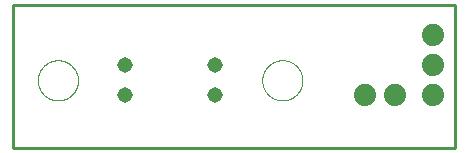
<source format=gtl>
G75*
%MOIN*%
%OFA0B0*%
%FSLAX25Y25*%
%IPPOS*%
%LPD*%
%AMOC8*
5,1,8,0,0,1.08239X$1,22.5*
%
%ADD10C,0.01000*%
%ADD11C,0.00000*%
%ADD12C,0.05150*%
%ADD13C,0.07400*%
D10*
X0001800Y0001800D02*
X0149300Y0001800D01*
X0149300Y0049300D01*
X0001800Y0049300D01*
X0001800Y0001800D01*
D11*
X0010205Y0024300D02*
X0010207Y0024464D01*
X0010213Y0024628D01*
X0010223Y0024792D01*
X0010237Y0024956D01*
X0010255Y0025119D01*
X0010277Y0025282D01*
X0010304Y0025444D01*
X0010334Y0025606D01*
X0010368Y0025766D01*
X0010406Y0025926D01*
X0010447Y0026085D01*
X0010493Y0026243D01*
X0010543Y0026399D01*
X0010596Y0026555D01*
X0010653Y0026709D01*
X0010714Y0026861D01*
X0010779Y0027012D01*
X0010848Y0027162D01*
X0010920Y0027309D01*
X0010995Y0027455D01*
X0011075Y0027599D01*
X0011157Y0027741D01*
X0011243Y0027881D01*
X0011333Y0028018D01*
X0011426Y0028154D01*
X0011522Y0028287D01*
X0011622Y0028418D01*
X0011724Y0028546D01*
X0011830Y0028672D01*
X0011939Y0028795D01*
X0012051Y0028915D01*
X0012165Y0029033D01*
X0012283Y0029147D01*
X0012403Y0029259D01*
X0012526Y0029368D01*
X0012652Y0029474D01*
X0012780Y0029576D01*
X0012911Y0029676D01*
X0013044Y0029772D01*
X0013180Y0029865D01*
X0013317Y0029955D01*
X0013457Y0030041D01*
X0013599Y0030123D01*
X0013743Y0030203D01*
X0013889Y0030278D01*
X0014036Y0030350D01*
X0014186Y0030419D01*
X0014337Y0030484D01*
X0014489Y0030545D01*
X0014643Y0030602D01*
X0014799Y0030655D01*
X0014955Y0030705D01*
X0015113Y0030751D01*
X0015272Y0030792D01*
X0015432Y0030830D01*
X0015592Y0030864D01*
X0015754Y0030894D01*
X0015916Y0030921D01*
X0016079Y0030943D01*
X0016242Y0030961D01*
X0016406Y0030975D01*
X0016570Y0030985D01*
X0016734Y0030991D01*
X0016898Y0030993D01*
X0017062Y0030991D01*
X0017226Y0030985D01*
X0017390Y0030975D01*
X0017554Y0030961D01*
X0017717Y0030943D01*
X0017880Y0030921D01*
X0018042Y0030894D01*
X0018204Y0030864D01*
X0018364Y0030830D01*
X0018524Y0030792D01*
X0018683Y0030751D01*
X0018841Y0030705D01*
X0018997Y0030655D01*
X0019153Y0030602D01*
X0019307Y0030545D01*
X0019459Y0030484D01*
X0019610Y0030419D01*
X0019760Y0030350D01*
X0019907Y0030278D01*
X0020053Y0030203D01*
X0020197Y0030123D01*
X0020339Y0030041D01*
X0020479Y0029955D01*
X0020616Y0029865D01*
X0020752Y0029772D01*
X0020885Y0029676D01*
X0021016Y0029576D01*
X0021144Y0029474D01*
X0021270Y0029368D01*
X0021393Y0029259D01*
X0021513Y0029147D01*
X0021631Y0029033D01*
X0021745Y0028915D01*
X0021857Y0028795D01*
X0021966Y0028672D01*
X0022072Y0028546D01*
X0022174Y0028418D01*
X0022274Y0028287D01*
X0022370Y0028154D01*
X0022463Y0028018D01*
X0022553Y0027881D01*
X0022639Y0027741D01*
X0022721Y0027599D01*
X0022801Y0027455D01*
X0022876Y0027309D01*
X0022948Y0027162D01*
X0023017Y0027012D01*
X0023082Y0026861D01*
X0023143Y0026709D01*
X0023200Y0026555D01*
X0023253Y0026399D01*
X0023303Y0026243D01*
X0023349Y0026085D01*
X0023390Y0025926D01*
X0023428Y0025766D01*
X0023462Y0025606D01*
X0023492Y0025444D01*
X0023519Y0025282D01*
X0023541Y0025119D01*
X0023559Y0024956D01*
X0023573Y0024792D01*
X0023583Y0024628D01*
X0023589Y0024464D01*
X0023591Y0024300D01*
X0023589Y0024136D01*
X0023583Y0023972D01*
X0023573Y0023808D01*
X0023559Y0023644D01*
X0023541Y0023481D01*
X0023519Y0023318D01*
X0023492Y0023156D01*
X0023462Y0022994D01*
X0023428Y0022834D01*
X0023390Y0022674D01*
X0023349Y0022515D01*
X0023303Y0022357D01*
X0023253Y0022201D01*
X0023200Y0022045D01*
X0023143Y0021891D01*
X0023082Y0021739D01*
X0023017Y0021588D01*
X0022948Y0021438D01*
X0022876Y0021291D01*
X0022801Y0021145D01*
X0022721Y0021001D01*
X0022639Y0020859D01*
X0022553Y0020719D01*
X0022463Y0020582D01*
X0022370Y0020446D01*
X0022274Y0020313D01*
X0022174Y0020182D01*
X0022072Y0020054D01*
X0021966Y0019928D01*
X0021857Y0019805D01*
X0021745Y0019685D01*
X0021631Y0019567D01*
X0021513Y0019453D01*
X0021393Y0019341D01*
X0021270Y0019232D01*
X0021144Y0019126D01*
X0021016Y0019024D01*
X0020885Y0018924D01*
X0020752Y0018828D01*
X0020616Y0018735D01*
X0020479Y0018645D01*
X0020339Y0018559D01*
X0020197Y0018477D01*
X0020053Y0018397D01*
X0019907Y0018322D01*
X0019760Y0018250D01*
X0019610Y0018181D01*
X0019459Y0018116D01*
X0019307Y0018055D01*
X0019153Y0017998D01*
X0018997Y0017945D01*
X0018841Y0017895D01*
X0018683Y0017849D01*
X0018524Y0017808D01*
X0018364Y0017770D01*
X0018204Y0017736D01*
X0018042Y0017706D01*
X0017880Y0017679D01*
X0017717Y0017657D01*
X0017554Y0017639D01*
X0017390Y0017625D01*
X0017226Y0017615D01*
X0017062Y0017609D01*
X0016898Y0017607D01*
X0016734Y0017609D01*
X0016570Y0017615D01*
X0016406Y0017625D01*
X0016242Y0017639D01*
X0016079Y0017657D01*
X0015916Y0017679D01*
X0015754Y0017706D01*
X0015592Y0017736D01*
X0015432Y0017770D01*
X0015272Y0017808D01*
X0015113Y0017849D01*
X0014955Y0017895D01*
X0014799Y0017945D01*
X0014643Y0017998D01*
X0014489Y0018055D01*
X0014337Y0018116D01*
X0014186Y0018181D01*
X0014036Y0018250D01*
X0013889Y0018322D01*
X0013743Y0018397D01*
X0013599Y0018477D01*
X0013457Y0018559D01*
X0013317Y0018645D01*
X0013180Y0018735D01*
X0013044Y0018828D01*
X0012911Y0018924D01*
X0012780Y0019024D01*
X0012652Y0019126D01*
X0012526Y0019232D01*
X0012403Y0019341D01*
X0012283Y0019453D01*
X0012165Y0019567D01*
X0012051Y0019685D01*
X0011939Y0019805D01*
X0011830Y0019928D01*
X0011724Y0020054D01*
X0011622Y0020182D01*
X0011522Y0020313D01*
X0011426Y0020446D01*
X0011333Y0020582D01*
X0011243Y0020719D01*
X0011157Y0020859D01*
X0011075Y0021001D01*
X0010995Y0021145D01*
X0010920Y0021291D01*
X0010848Y0021438D01*
X0010779Y0021588D01*
X0010714Y0021739D01*
X0010653Y0021891D01*
X0010596Y0022045D01*
X0010543Y0022201D01*
X0010493Y0022357D01*
X0010447Y0022515D01*
X0010406Y0022674D01*
X0010368Y0022834D01*
X0010334Y0022994D01*
X0010304Y0023156D01*
X0010277Y0023318D01*
X0010255Y0023481D01*
X0010237Y0023644D01*
X0010223Y0023808D01*
X0010213Y0023972D01*
X0010207Y0024136D01*
X0010205Y0024300D01*
X0085009Y0024300D02*
X0085011Y0024464D01*
X0085017Y0024628D01*
X0085027Y0024792D01*
X0085041Y0024956D01*
X0085059Y0025119D01*
X0085081Y0025282D01*
X0085108Y0025444D01*
X0085138Y0025606D01*
X0085172Y0025766D01*
X0085210Y0025926D01*
X0085251Y0026085D01*
X0085297Y0026243D01*
X0085347Y0026399D01*
X0085400Y0026555D01*
X0085457Y0026709D01*
X0085518Y0026861D01*
X0085583Y0027012D01*
X0085652Y0027162D01*
X0085724Y0027309D01*
X0085799Y0027455D01*
X0085879Y0027599D01*
X0085961Y0027741D01*
X0086047Y0027881D01*
X0086137Y0028018D01*
X0086230Y0028154D01*
X0086326Y0028287D01*
X0086426Y0028418D01*
X0086528Y0028546D01*
X0086634Y0028672D01*
X0086743Y0028795D01*
X0086855Y0028915D01*
X0086969Y0029033D01*
X0087087Y0029147D01*
X0087207Y0029259D01*
X0087330Y0029368D01*
X0087456Y0029474D01*
X0087584Y0029576D01*
X0087715Y0029676D01*
X0087848Y0029772D01*
X0087984Y0029865D01*
X0088121Y0029955D01*
X0088261Y0030041D01*
X0088403Y0030123D01*
X0088547Y0030203D01*
X0088693Y0030278D01*
X0088840Y0030350D01*
X0088990Y0030419D01*
X0089141Y0030484D01*
X0089293Y0030545D01*
X0089447Y0030602D01*
X0089603Y0030655D01*
X0089759Y0030705D01*
X0089917Y0030751D01*
X0090076Y0030792D01*
X0090236Y0030830D01*
X0090396Y0030864D01*
X0090558Y0030894D01*
X0090720Y0030921D01*
X0090883Y0030943D01*
X0091046Y0030961D01*
X0091210Y0030975D01*
X0091374Y0030985D01*
X0091538Y0030991D01*
X0091702Y0030993D01*
X0091866Y0030991D01*
X0092030Y0030985D01*
X0092194Y0030975D01*
X0092358Y0030961D01*
X0092521Y0030943D01*
X0092684Y0030921D01*
X0092846Y0030894D01*
X0093008Y0030864D01*
X0093168Y0030830D01*
X0093328Y0030792D01*
X0093487Y0030751D01*
X0093645Y0030705D01*
X0093801Y0030655D01*
X0093957Y0030602D01*
X0094111Y0030545D01*
X0094263Y0030484D01*
X0094414Y0030419D01*
X0094564Y0030350D01*
X0094711Y0030278D01*
X0094857Y0030203D01*
X0095001Y0030123D01*
X0095143Y0030041D01*
X0095283Y0029955D01*
X0095420Y0029865D01*
X0095556Y0029772D01*
X0095689Y0029676D01*
X0095820Y0029576D01*
X0095948Y0029474D01*
X0096074Y0029368D01*
X0096197Y0029259D01*
X0096317Y0029147D01*
X0096435Y0029033D01*
X0096549Y0028915D01*
X0096661Y0028795D01*
X0096770Y0028672D01*
X0096876Y0028546D01*
X0096978Y0028418D01*
X0097078Y0028287D01*
X0097174Y0028154D01*
X0097267Y0028018D01*
X0097357Y0027881D01*
X0097443Y0027741D01*
X0097525Y0027599D01*
X0097605Y0027455D01*
X0097680Y0027309D01*
X0097752Y0027162D01*
X0097821Y0027012D01*
X0097886Y0026861D01*
X0097947Y0026709D01*
X0098004Y0026555D01*
X0098057Y0026399D01*
X0098107Y0026243D01*
X0098153Y0026085D01*
X0098194Y0025926D01*
X0098232Y0025766D01*
X0098266Y0025606D01*
X0098296Y0025444D01*
X0098323Y0025282D01*
X0098345Y0025119D01*
X0098363Y0024956D01*
X0098377Y0024792D01*
X0098387Y0024628D01*
X0098393Y0024464D01*
X0098395Y0024300D01*
X0098393Y0024136D01*
X0098387Y0023972D01*
X0098377Y0023808D01*
X0098363Y0023644D01*
X0098345Y0023481D01*
X0098323Y0023318D01*
X0098296Y0023156D01*
X0098266Y0022994D01*
X0098232Y0022834D01*
X0098194Y0022674D01*
X0098153Y0022515D01*
X0098107Y0022357D01*
X0098057Y0022201D01*
X0098004Y0022045D01*
X0097947Y0021891D01*
X0097886Y0021739D01*
X0097821Y0021588D01*
X0097752Y0021438D01*
X0097680Y0021291D01*
X0097605Y0021145D01*
X0097525Y0021001D01*
X0097443Y0020859D01*
X0097357Y0020719D01*
X0097267Y0020582D01*
X0097174Y0020446D01*
X0097078Y0020313D01*
X0096978Y0020182D01*
X0096876Y0020054D01*
X0096770Y0019928D01*
X0096661Y0019805D01*
X0096549Y0019685D01*
X0096435Y0019567D01*
X0096317Y0019453D01*
X0096197Y0019341D01*
X0096074Y0019232D01*
X0095948Y0019126D01*
X0095820Y0019024D01*
X0095689Y0018924D01*
X0095556Y0018828D01*
X0095420Y0018735D01*
X0095283Y0018645D01*
X0095143Y0018559D01*
X0095001Y0018477D01*
X0094857Y0018397D01*
X0094711Y0018322D01*
X0094564Y0018250D01*
X0094414Y0018181D01*
X0094263Y0018116D01*
X0094111Y0018055D01*
X0093957Y0017998D01*
X0093801Y0017945D01*
X0093645Y0017895D01*
X0093487Y0017849D01*
X0093328Y0017808D01*
X0093168Y0017770D01*
X0093008Y0017736D01*
X0092846Y0017706D01*
X0092684Y0017679D01*
X0092521Y0017657D01*
X0092358Y0017639D01*
X0092194Y0017625D01*
X0092030Y0017615D01*
X0091866Y0017609D01*
X0091702Y0017607D01*
X0091538Y0017609D01*
X0091374Y0017615D01*
X0091210Y0017625D01*
X0091046Y0017639D01*
X0090883Y0017657D01*
X0090720Y0017679D01*
X0090558Y0017706D01*
X0090396Y0017736D01*
X0090236Y0017770D01*
X0090076Y0017808D01*
X0089917Y0017849D01*
X0089759Y0017895D01*
X0089603Y0017945D01*
X0089447Y0017998D01*
X0089293Y0018055D01*
X0089141Y0018116D01*
X0088990Y0018181D01*
X0088840Y0018250D01*
X0088693Y0018322D01*
X0088547Y0018397D01*
X0088403Y0018477D01*
X0088261Y0018559D01*
X0088121Y0018645D01*
X0087984Y0018735D01*
X0087848Y0018828D01*
X0087715Y0018924D01*
X0087584Y0019024D01*
X0087456Y0019126D01*
X0087330Y0019232D01*
X0087207Y0019341D01*
X0087087Y0019453D01*
X0086969Y0019567D01*
X0086855Y0019685D01*
X0086743Y0019805D01*
X0086634Y0019928D01*
X0086528Y0020054D01*
X0086426Y0020182D01*
X0086326Y0020313D01*
X0086230Y0020446D01*
X0086137Y0020582D01*
X0086047Y0020719D01*
X0085961Y0020859D01*
X0085879Y0021001D01*
X0085799Y0021145D01*
X0085724Y0021291D01*
X0085652Y0021438D01*
X0085583Y0021588D01*
X0085518Y0021739D01*
X0085457Y0021891D01*
X0085400Y0022045D01*
X0085347Y0022201D01*
X0085297Y0022357D01*
X0085251Y0022515D01*
X0085210Y0022674D01*
X0085172Y0022834D01*
X0085138Y0022994D01*
X0085108Y0023156D01*
X0085081Y0023318D01*
X0085059Y0023481D01*
X0085041Y0023644D01*
X0085027Y0023808D01*
X0085017Y0023972D01*
X0085011Y0024136D01*
X0085009Y0024300D01*
D12*
X0069261Y0019300D03*
X0039339Y0019300D03*
X0039339Y0029300D03*
X0069261Y0029300D03*
D13*
X0119300Y0019300D03*
X0129300Y0019300D03*
X0141800Y0019300D03*
X0141800Y0029300D03*
X0141800Y0039300D03*
M02*

</source>
